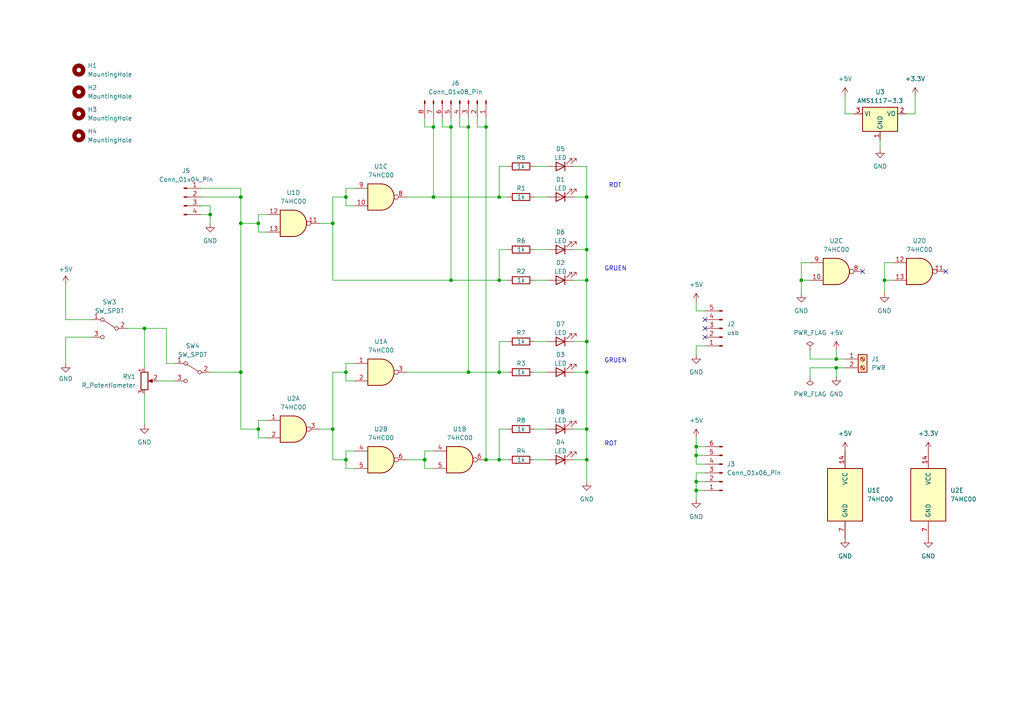
<source format=kicad_sch>
(kicad_sch (version 20230121) (generator eeschema)
  (paper "A4")
  (title_block (title "Ampelschaltung") (comment 1 "Author: Alexander Hold"))
  (lib_symbols
    (symbol "74xx:74HC00" (pin_names (offset 1.016))
      (property "Reference" "U" (at 0 1.27 0))
      (property "Value" "74HC00" (at 0 -1.27 0))
      (symbol "74HC00_1_1"
        (arc (start 0 -3.81) (mid 3.7934 0) (end 0 3.81) (stroke (width 0.254)) (fill (type background)))
        (polyline (pts (xy 0 3.81) (xy -3.81 3.81) (xy -3.81 -3.81) (xy 0 -3.81)) (stroke (width 0.254)) (fill (type background)))
        (pin input line (at -7.62 2.54 0) (length 3.81) (name "~") (number "1"))
        (pin input line (at -7.62 -2.54 0) (length 3.81) (name "~") (number "2"))
        (pin output inverted (at 7.62 0 180) (length 3.81) (name "~") (number "3"))
      )
      (symbol "74HC00_1_2"
        (arc (start -3.81 -3.81) (mid -2.589 0) (end -3.81 3.81) (stroke (width 0.254)))
        (arc (start -0.6096 -3.81) (mid 2.1842 -2.5851) (end 3.81 0) (stroke (width 0.254)) (fill (type background)))
        (polyline (pts (xy -3.81 -3.81) (xy -0.635 -3.81)) (stroke (width 0.254)) (fill (type background)))
        (polyline (pts (xy -3.81 3.81) (xy -0.635 3.81)) (stroke (width 0.254)) (fill (type background)))
        (polyline (pts (xy -0.635 3.81) (xy -3.81 3.81) (xy -3.81 3.81) (xy -3.556 3.4036) (xy -3.0226 2.2606) (xy -2.6924 1.0414) (xy -2.6162 -0.254) (xy -2.7686 -1.4986) (xy -3.175 -2.7178) (xy -3.81 -3.81) (xy -3.81 -3.81) (xy -0.635 -3.81)) (stroke (width -25.4)) (fill (type background)))
        (arc (start 3.81 0) (mid 2.1915 2.5936) (end -0.6096 3.81) (stroke (width 0.254)) (fill (type background)))
        (pin input inverted (at -7.62 2.54 0) (length 4.318) (name "~") (number "1"))
        (pin input inverted (at -7.62 -2.54 0) (length 4.318) (name "~") (number "2"))
        (pin output line (at 7.62 0 180) (length 3.81) (name "~") (number "3"))
      )
      (symbol "74HC00_2_1"
        (arc (start 0 -3.81) (mid 3.7934 0) (end 0 3.81) (stroke (width 0.254)) (fill (type background)))
        (polyline (pts (xy 0 3.81) (xy -3.81 3.81) (xy -3.81 -3.81) (xy 0 -3.81)) (stroke (width 0.254)) (fill (type background)))
        (pin input line (at -7.62 2.54 0) (length 3.81) (name "~") (number "4"))
        (pin input line (at -7.62 -2.54 0) (length 3.81) (name "~") (number "5"))
        (pin output inverted (at 7.62 0 180) (length 3.81) (name "~") (number "6"))
      )
      (symbol "74HC00_2_2"
        (arc (start -3.81 -3.81) (mid -2.589 0) (end -3.81 3.81) (stroke (width 0.254)))
        (arc (start -0.6096 -3.81) (mid 2.1842 -2.5851) (end 3.81 0) (stroke (width 0.254)) (fill (type background)))
        (polyline (pts (xy -3.81 -3.81) (xy -0.635 -3.81)) (stroke (width 0.254)) (fill (type background)))
        (polyline (pts (xy -3.81 3.81) (xy -0.635 3.81)) (stroke (width 0.254)) (fill (type background)))
        (polyline (pts (xy -0.635 3.81) (xy -3.81 3.81) (xy -3.81 3.81) (xy -3.556 3.4036) (xy -3.0226 2.2606) (xy -2.6924 1.0414) (xy -2.6162 -0.254) (xy -2.7686 -1.4986) (xy -3.175 -2.7178) (xy -3.81 -3.81) (xy -3.81 -3.81) (xy -0.635 -3.81)) (stroke (width -25.4)) (fill (type background)))
        (arc (start 3.81 0) (mid 2.1915 2.5936) (end -0.6096 3.81) (stroke (width 0.254)) (fill (type background)))
        (pin input inverted (at -7.62 2.54 0) (length 4.318) (name "~") (number "4"))
        (pin input inverted (at -7.62 -2.54 0) (length 4.318) (name "~") (number "5"))
        (pin output line (at 7.62 0 180) (length 3.81) (name "~") (number "6"))
      )
      (symbol "74HC00_3_1"
        (arc (start 0 -3.81) (mid 3.7934 0) (end 0 3.81) (stroke (width 0.254)) (fill (type background)))
        (polyline (pts (xy 0 3.81) (xy -3.81 3.81) (xy -3.81 -3.81) (xy 0 -3.81)) (stroke (width 0.254)) (fill (type background)))
        (pin input line (at -7.62 -2.54 0) (length 3.81) (name "~") (number "10"))
        (pin output inverted (at 7.62 0 180) (length 3.81) (name "~") (number "8"))
        (pin input line (at -7.62 2.54 0) (length 3.81) (name "~") (number "9"))
      )
      (symbol "74HC00_3_2"
        (arc (start -3.81 -3.81) (mid -2.589 0) (end -3.81 3.81) (stroke (width 0.254)))
        (arc (start -0.6096 -3.81) (mid 2.1842 -2.5851) (end 3.81 0) (stroke (width 0.254)) (fill (type background)))
        (polyline (pts (xy -3.81 -3.81) (xy -0.635 -3.81)) (stroke (width 0.254)) (fill (type background)))
        (polyline (pts (xy -3.81 3.81) (xy -0.635 3.81)) (stroke (width 0.254)) (fill (type background)))
        (polyline (pts (xy -0.635 3.81) (xy -3.81 3.81) (xy -3.81 3.81) (xy -3.556 3.4036) (xy -3.0226 2.2606) (xy -2.6924 1.0414) (xy -2.6162 -0.254) (xy -2.7686 -1.4986) (xy -3.175 -2.7178) (xy -3.81 -3.81) (xy -3.81 -3.81) (xy -0.635 -3.81)) (stroke (width -25.4)) (fill (type background)))
        (arc (start 3.81 0) (mid 2.1915 2.5936) (end -0.6096 3.81) (stroke (width 0.254)) (fill (type background)))
        (pin input inverted (at -7.62 -2.54 0) (length 4.318) (name "~") (number "10"))
        (pin output line (at 7.62 0 180) (length 3.81) (name "~") (number "8"))
        (pin input inverted (at -7.62 2.54 0) (length 4.318) (name "~") (number "9"))
      )
      (symbol "74HC00_4_1"
        (arc (start 0 -3.81) (mid 3.7934 0) (end 0 3.81) (stroke (width 0.254)) (fill (type background)))
        (polyline (pts (xy 0 3.81) (xy -3.81 3.81) (xy -3.81 -3.81) (xy 0 -3.81)) (stroke (width 0.254)) (fill (type background)))
        (pin output inverted (at 7.62 0 180) (length 3.81) (name "~") (number "11"))
        (pin input line (at -7.62 2.54 0) (length 3.81) (name "~") (number "12"))
        (pin input line (at -7.62 -2.54 0) (length 3.81) (name "~") (number "13"))
      )
      (symbol "74HC00_4_2"
        (arc (start -3.81 -3.81) (mid -2.589 0) (end -3.81 3.81) (stroke (width 0.254)))
        (arc (start -0.6096 -3.81) (mid 2.1842 -2.5851) (end 3.81 0) (stroke (width 0.254)) (fill (type background)))
        (polyline (pts (xy -3.81 -3.81) (xy -0.635 -3.81)) (stroke (width 0.254)) (fill (type background)))
        (polyline (pts (xy -3.81 3.81) (xy -0.635 3.81)) (stroke (width 0.254)) (fill (type background)))
        (polyline (pts (xy -0.635 3.81) (xy -3.81 3.81) (xy -3.81 3.81) (xy -3.556 3.4036) (xy -3.0226 2.2606) (xy -2.6924 1.0414) (xy -2.6162 -0.254) (xy -2.7686 -1.4986) (xy -3.175 -2.7178) (xy -3.81 -3.81) (xy -3.81 -3.81) (xy -0.635 -3.81)) (stroke (width -25.4)) (fill (type background)))
        (arc (start 3.81 0) (mid 2.1915 2.5936) (end -0.6096 3.81) (stroke (width 0.254)) (fill (type background)))
        (pin output line (at 7.62 0 180) (length 3.81) (name "~") (number "11"))
        (pin input inverted (at -7.62 2.54 0) (length 4.318) (name "~") (number "12"))
        (pin input inverted (at -7.62 -2.54 0) (length 4.318) (name "~") (number "13"))
      )
      (symbol "74HC00_5_0"
        (pin power_in line (at 0 12.7 270) (length 5.08) (name "VCC") (number "14"))
        (pin power_in line (at 0 -12.7 90) (length 5.08) (name "GND") (number "7"))
      )
      (symbol "74HC00_5_1"
        (rectangle (start -5.08 7.62) (end 5.08 -7.62) (stroke (width 0.254)) (fill (type background)))
      )
    )
    (symbol "Connector:Conn_01x04_Pin" (pin_names (offset 1.016) hide)
      (property "Reference" "J" (at 0 5.08 0))
      (property "Value" "Conn_01x04_Pin" (at 0 -7.62 0))
      (symbol "Conn_01x04_Pin_1_1"
        (polyline (pts (xy 1.27 -5.08) (xy 0.8636 -5.08)) (stroke (width 0.1524)))
        (polyline (pts (xy 1.27 -2.54) (xy 0.8636 -2.54)) (stroke (width 0.1524)))
        (polyline (pts (xy 1.27 0) (xy 0.8636 0)) (stroke (width 0.1524)))
        (polyline (pts (xy 1.27 2.54) (xy 0.8636 2.54)) (stroke (width 0.1524)))
        (rectangle (start 0.8636 -4.953) (end 0 -5.207) (stroke (width 0.1524)) (fill (type outline)))
        (rectangle (start 0.8636 -2.413) (end 0 -2.667) (stroke (width 0.1524)) (fill (type outline)))
        (rectangle (start 0.8636 0.127) (end 0 -0.127) (stroke (width 0.1524)) (fill (type outline)))
        (rectangle (start 0.8636 2.667) (end 0 2.413) (stroke (width 0.1524)) (fill (type outline)))
        (pin passive line (at 5.08 2.54 180) (length 3.81) (name "Pin_1") (number "1"))
        (pin passive line (at 5.08 0 180) (length 3.81) (name "Pin_2") (number "2"))
        (pin passive line (at 5.08 -2.54 180) (length 3.81) (name "Pin_3") (number "3"))
        (pin passive line (at 5.08 -5.08 180) (length 3.81) (name "Pin_4") (number "4"))
      )
    )
    (symbol "Connector:Conn_01x05_Pin" (pin_names (offset 1.016) hide)
      (property "Reference" "J" (at 0 7.62 0))
      (property "Value" "Conn_01x05_Pin" (at 0 -7.62 0))
      (symbol "Conn_01x05_Pin_1_1"
        (polyline (pts (xy 1.27 -5.08) (xy 0.8636 -5.08)) (stroke (width 0.1524)))
        (polyline (pts (xy 1.27 -2.54) (xy 0.8636 -2.54)) (stroke (width 0.1524)))
        (polyline (pts (xy 1.27 0) (xy 0.8636 0)) (stroke (width 0.1524)))
        (polyline (pts (xy 1.27 2.54) (xy 0.8636 2.54)) (stroke (width 0.1524)))
        (polyline (pts (xy 1.27 5.08) (xy 0.8636 5.08)) (stroke (width 0.1524)))
        (rectangle (start 0.8636 -4.953) (end 0 -5.207) (stroke (width 0.1524)) (fill (type outline)))
        (rectangle (start 0.8636 -2.413) (end 0 -2.667) (stroke (width 0.1524)) (fill (type outline)))
        (rectangle (start 0.8636 0.127) (end 0 -0.127) (stroke (width 0.1524)) (fill (type outline)))
        (rectangle (start 0.8636 2.667) (end 0 2.413) (stroke (width 0.1524)) (fill (type outline)))
        (rectangle (start 0.8636 5.207) (end 0 4.953) (stroke (width 0.1524)) (fill (type outline)))
        (pin passive line (at 5.08 5.08 180) (length 3.81) (name "Pin_1") (number "1"))
        (pin passive line (at 5.08 2.54 180) (length 3.81) (name "Pin_2") (number "2"))
        (pin passive line (at 5.08 0 180) (length 3.81) (name "Pin_3") (number "3"))
        (pin passive line (at 5.08 -2.54 180) (length 3.81) (name "Pin_4") (number "4"))
        (pin passive line (at 5.08 -5.08 180) (length 3.81) (name "Pin_5") (number "5"))
      )
    )
    (symbol "Connector:Conn_01x06_Pin" (pin_names (offset 1.016) hide)
      (property "Reference" "J" (at 0 7.62 0))
      (property "Value" "Conn_01x06_Pin" (at 0 -10.16 0))
      (symbol "Conn_01x06_Pin_1_1"
        (polyline (pts (xy 1.27 -7.62) (xy 0.8636 -7.62)) (stroke (width 0.1524)))
        (polyline (pts (xy 1.27 -5.08) (xy 0.8636 -5.08)) (stroke (width 0.1524)))
        (polyline (pts (xy 1.27 -2.54) (xy 0.8636 -2.54)) (stroke (width 0.1524)))
        (polyline (pts (xy 1.27 0) (xy 0.8636 0)) (stroke (width 0.1524)))
        (polyline (pts (xy 1.27 2.54) (xy 0.8636 2.54)) (stroke (width 0.1524)))
        (polyline (pts (xy 1.27 5.08) (xy 0.8636 5.08)) (stroke (width 0.1524)))
        (rectangle (start 0.8636 -7.493) (end 0 -7.747) (stroke (width 0.1524)) (fill (type outline)))
        (rectangle (start 0.8636 -4.953) (end 0 -5.207) (stroke (width 0.1524)) (fill (type outline)))
        (rectangle (start 0.8636 -2.413) (end 0 -2.667) (stroke (width 0.1524)) (fill (type outline)))
        (rectangle (start 0.8636 0.127) (end 0 -0.127) (stroke (width 0.1524)) (fill (type outline)))
        (rectangle (start 0.8636 2.667) (end 0 2.413) (stroke (width 0.1524)) (fill (type outline)))
        (rectangle (start 0.8636 5.207) (end 0 4.953) (stroke (width 0.1524)) (fill (type outline)))
        (pin passive line (at 5.08 5.08 180) (length 3.81) (name "Pin_1") (number "1"))
        (pin passive line (at 5.08 2.54 180) (length 3.81) (name "Pin_2") (number "2"))
        (pin passive line (at 5.08 0 180) (length 3.81) (name "Pin_3") (number "3"))
        (pin passive line (at 5.08 -2.54 180) (length 3.81) (name "Pin_4") (number "4"))
        (pin passive line (at 5.08 -5.08 180) (length 3.81) (name "Pin_5") (number "5"))
        (pin passive line (at 5.08 -7.62 180) (length 3.81) (name "Pin_6") (number "6"))
      )
    )
    (symbol "Connector:Conn_01x08_Pin" (pin_names (offset 1.016) hide)
      (property "Reference" "J" (at 0 10.16 0))
      (property "Value" "Conn_01x08_Pin" (at 0 -12.7 0))
      (symbol "Conn_01x08_Pin_1_1"
        (polyline (pts (xy 1.27 -10.16) (xy 0.8636 -10.16)) (stroke (width 0.1524)))
        (polyline (pts (xy 1.27 -7.62) (xy 0.8636 -7.62)) (stroke (width 0.1524)))
        (polyline (pts (xy 1.27 -5.08) (xy 0.8636 -5.08)) (stroke (width 0.1524)))
        (polyline (pts (xy 1.27 -2.54) (xy 0.8636 -2.54)) (stroke (width 0.1524)))
        (polyline (pts (xy 1.27 0) (xy 0.8636 0)) (stroke (width 0.1524)))
        (polyline (pts (xy 1.27 2.54) (xy 0.8636 2.54)) (stroke (width 0.1524)))
        (polyline (pts (xy 1.27 5.08) (xy 0.8636 5.08)) (stroke (width 0.1524)))
        (polyline (pts (xy 1.27 7.62) (xy 0.8636 7.62)) (stroke (width 0.1524)))
        (rectangle (start 0.8636 -10.033) (end 0 -10.287) (stroke (width 0.1524)) (fill (type outline)))
        (rectangle (start 0.8636 -7.493) (end 0 -7.747) (stroke (width 0.1524)) (fill (type outline)))
        (rectangle (start 0.8636 -4.953) (end 0 -5.207) (stroke (width 0.1524)) (fill (type outline)))
        (rectangle (start 0.8636 -2.413) (end 0 -2.667) (stroke (width 0.1524)) (fill (type outline)))
        (rectangle (start 0.8636 0.127) (end 0 -0.127) (stroke (width 0.1524)) (fill (type outline)))
        (rectangle (start 0.8636 2.667) (end 0 2.413) (stroke (width 0.1524)) (fill (type outline)))
        (rectangle (start 0.8636 5.207) (end 0 4.953) (stroke (width 0.1524)) (fill (type outline)))
        (rectangle (start 0.8636 7.747) (end 0 7.493) (stroke (width 0.1524)) (fill (type outline)))
        (pin passive line (at 5.08 7.62 180) (length 3.81) (name "Pin_1") (number "1"))
        (pin passive line (at 5.08 5.08 180) (length 3.81) (name "Pin_2") (number "2"))
        (pin passive line (at 5.08 2.54 180) (length 3.81) (name "Pin_3") (number "3"))
        (pin passive line (at 5.08 0 180) (length 3.81) (name "Pin_4") (number "4"))
        (pin passive line (at 5.08 -2.54 180) (length 3.81) (name "Pin_5") (number "5"))
        (pin passive line (at 5.08 -5.08 180) (length 3.81) (name "Pin_6") (number "6"))
        (pin passive line (at 5.08 -7.62 180) (length 3.81) (name "Pin_7") (number "7"))
        (pin passive line (at 5.08 -10.16 180) (length 3.81) (name "Pin_8") (number "8"))
      )
    )
    (symbol "Connector:Screw_Terminal_01x02" (pin_names (offset 1.016) hide)
      (property "Reference" "J" (at 0 2.54 0))
      (property "Value" "Screw_Terminal_01x02" (at 0 -5.08 0))
      (symbol "Screw_Terminal_01x02_1_1"
        (rectangle (start -1.27 1.27) (end 1.27 -3.81) (stroke (width 0.254)) (fill (type background)))
        (circle (center 0 -2.54) (radius 0.635) (stroke (width 0.1524)))
        (polyline (pts (xy -0.5334 -2.2098) (xy 0.3302 -3.048)) (stroke (width 0.1524)))
        (polyline (pts (xy -0.5334 0.3302) (xy 0.3302 -0.508)) (stroke (width 0.1524)))
        (polyline (pts (xy -0.3556 -2.032) (xy 0.508 -2.8702)) (stroke (width 0.1524)))
        (polyline (pts (xy -0.3556 0.508) (xy 0.508 -0.3302)) (stroke (width 0.1524)))
        (circle (center 0 0) (radius 0.635) (stroke (width 0.1524)))
        (pin passive line (at -5.08 0 0) (length 3.81) (name "Pin_1") (number "1"))
        (pin passive line (at -5.08 -2.54 0) (length 3.81) (name "Pin_2") (number "2"))
      )
    )
    (symbol "Device:LED" (pin_numbers hide) (pin_names (offset 1.016) hide)
      (property "Reference" "D" (at 0 2.54 0))
      (property "Value" "LED" (at 0 -2.54 0))
      (symbol "LED_0_1"
        (polyline (pts (xy -1.27 -1.27) (xy -1.27 1.27)) (stroke (width 0.254)))
        (polyline (pts (xy -1.27 0) (xy 1.27 0)))
        (polyline (pts (xy 1.27 -1.27) (xy 1.27 1.27) (xy -1.27 0) (xy 1.27 -1.27)) (stroke (width 0.254)))
        (polyline (pts (xy -3.048 -0.762) (xy -4.572 -2.286) (xy -3.81 -2.286) (xy -4.572 -2.286) (xy -4.572 -1.524)))
        (polyline (pts (xy -1.778 -0.762) (xy -3.302 -2.286) (xy -2.54 -2.286) (xy -3.302 -2.286) (xy -3.302 -1.524)))
      )
      (symbol "LED_1_1"
        (pin passive line (at -3.81 0 0) (length 2.54) (name "K") (number "1"))
        (pin passive line (at 3.81 0 180) (length 2.54) (name "A") (number "2"))
      )
    )
    (symbol "Device:R" (pin_numbers hide) (pin_names (offset 0))
      (property "Reference" "R" (at 2.032 0 90))
      (property "Value" "R" (at 0 0 90))
      (symbol "R_0_1"
        (rectangle (start -1.016 -2.54) (end 1.016 2.54) (stroke (width 0.254)))
      )
      (symbol "R_1_1"
        (pin passive line (at 0 3.81 270) (length 1.27) (name "~") (number "1"))
        (pin passive line (at 0 -3.81 90) (length 1.27) (name "~") (number "2"))
      )
    )
    (symbol "Device:R_Potentiometer" (pin_names (offset 1.016) hide)
      (property "Reference" "RV" (at -4.445 0 90))
      (property "Value" "R_Potentiometer" (at -2.54 0 90))
      (symbol "R_Potentiometer_0_1"
        (polyline (pts (xy 2.54 0) (xy 1.524 0)))
        (polyline (pts (xy 1.143 0) (xy 2.286 0.508) (xy 2.286 -0.508) (xy 1.143 0)) (fill (type outline)))
        (rectangle (start 1.016 2.54) (end -1.016 -2.54) (stroke (width 0.254)))
      )
      (symbol "R_Potentiometer_1_1"
        (pin passive line (at 0 3.81 270) (length 1.27) (name "1") (number "1"))
        (pin passive line (at 3.81 0 180) (length 1.27) (name "2") (number "2"))
        (pin passive line (at 0 -3.81 90) (length 1.27) (name "3") (number "3"))
      )
    )
    (symbol "Mechanical:MountingHole" (pin_names (offset 1.016))
      (property "Reference" "H" (at 0 5.08 0))
      (property "Value" "MountingHole" (at 0 3.175 0))
      (symbol "MountingHole_0_1"
        (circle (center 0 0) (radius 1.27) (stroke (width 1.27)))
      )
    )
    (symbol "Regulator_Linear:AMS1117-3.3"
      (property "Reference" "U" (at -3.81 3.175 0))
      (property "Value" "AMS1117-3.3" (at 0 3.175 0))
      (symbol "AMS1117-3.3_0_1"
        (rectangle (start -5.08 -5.08) (end 5.08 1.905) (stroke (width 0.254)) (fill (type background)))
      )
      (symbol "AMS1117-3.3_1_1"
        (pin power_in line (at 0 -7.62 90) (length 2.54) (name "GND") (number "1"))
        (pin power_out line (at 7.62 0 180) (length 2.54) (name "VO") (number "2"))
        (pin power_in line (at -7.62 0 0) (length 2.54) (name "VI") (number "3"))
      )
    )
    (symbol "Switch:SW_SPDT" (pin_names (offset 0) hide)
      (property "Reference" "SW" (at 0 4.318 0))
      (property "Value" "SW_SPDT" (at 0 -5.08 0))
      (symbol "SW_SPDT_0_0"
        (circle (center -2.032 0) (radius 0.508))
        (circle (center 2.032 -2.54) (radius 0.508))
      )
      (symbol "SW_SPDT_0_1"
        (polyline (pts (xy -1.524 0.254) (xy 1.651 2.286)))
        (circle (center 2.032 2.54) (radius 0.508))
      )
      (symbol "SW_SPDT_1_1"
        (pin passive line (at 5.08 2.54 180) (length 2.54) (name "A") (number "1"))
        (pin passive line (at -5.08 0 0) (length 2.54) (name "B") (number "2"))
        (pin passive line (at 5.08 -2.54 180) (length 2.54) (name "C") (number "3"))
      )
    )
    (symbol "power:+3.3V" (power) (pin_names (offset 0))
      (property "Value" "+3.3V" (at 0 3.556 0))
      (symbol "+3.3V_0_1"
        (polyline (pts (xy -0.762 1.27) (xy 0 2.54)))
        (polyline (pts (xy 0 0) (xy 0 2.54)))
        (polyline (pts (xy 0 2.54) (xy 0.762 1.27)))
      )
      (symbol "+3.3V_1_1"
        (pin power_in line (at 0 0 90) (length 0) hide (name "+3.3V") (number "1"))
      )
    )
    (symbol "power:+5V" (power) (pin_names (offset 0))
      (property "Value" "+5V" (at 0 3.556 0))
      (symbol "+5V_0_1"
        (polyline (pts (xy -0.762 1.27) (xy 0 2.54)))
        (polyline (pts (xy 0 0) (xy 0 2.54)))
        (polyline (pts (xy 0 2.54) (xy 0.762 1.27)))
      )
      (symbol "+5V_1_1"
        (pin power_in line (at 0 0 90) (length 0) hide (name "+5V") (number "1"))
      )
    )
    (symbol "power:GND" (power) (pin_names (offset 0))
      (property "Value" "GND" (at 0 -3.81 0))
      (symbol "GND_0_1"
        (polyline (pts (xy 0 0) (xy 0 -1.27) (xy 1.27 -1.27) (xy 0 -2.54) (xy -1.27 -1.27) (xy 0 -1.27)))
      )
      (symbol "GND_1_1"
        (pin power_in line (at 0 0 270) (length 0) hide (name "GND") (number "1"))
      )
    )
    (symbol "power:PWR_FLAG" (power) (pin_numbers hide) (pin_names (offset 0) hide)
      (property "Value" "PWR_FLAG" (at 0 3.81 0))
      (symbol "PWR_FLAG_0_0"
        (pin power_out line (at 0 0 90) (length 0) (name "pwr") (number "1"))
      )
      (symbol "PWR_FLAG_0_1"
        (polyline (pts (xy 0 0) (xy 0 1.27) (xy -1.016 1.905) (xy 0 2.54) (xy 1.016 1.905) (xy 0 1.27)))
      )
    )
  )
  (junction (at 135.89 36.83))
  (junction (at 41.91 95.25))
  (junction (at 144.78 57.15))
  (junction (at 69.85 64.77))
  (junction (at 69.85 57.15))
  (junction (at 256.54 81.28))
  (junction (at 100.33 133.35))
  (junction (at 60.96 62.23))
  (junction (at 170.18 72.39))
  (junction (at 96.52 124.46))
  (junction (at 74.93 124.46))
  (junction (at 232.41 81.28))
  (junction (at 130.81 81.28))
  (junction (at 123.19 133.35))
  (junction (at 201.93 132.08))
  (junction (at 144.78 133.35))
  (junction (at 140.97 36.83))
  (junction (at 100.33 57.15))
  (junction (at 170.18 99.06))
  (junction (at 242.57 104.14))
  (junction (at 135.89 107.95))
  (junction (at 170.18 133.35))
  (junction (at 170.18 107.95))
  (junction (at 96.52 64.77))
  (junction (at 125.73 36.83))
  (junction (at 170.18 57.15))
  (junction (at 201.93 129.54))
  (junction (at 201.93 142.24))
  (junction (at 144.78 107.95))
  (junction (at 74.93 64.77))
  (junction (at 144.78 81.28))
  (junction (at 140.97 133.35))
  (junction (at 69.85 107.95))
  (junction (at 130.81 36.83))
  (junction (at 100.33 107.95))
  (junction (at 242.57 106.68))
  (junction (at 125.73 57.15))
  (junction (at 170.18 81.28))
  (junction (at 201.93 139.7))
  (junction (at 170.18 124.46))
  (no_connect (at 250.19 78.74))
  (no_connect (at 274.32 78.74))
  (no_connect (at 204.47 95.25))
  (no_connect (at 204.47 97.79))
  (no_connect (at 204.47 92.71))
  (wire (pts (xy 154.94 133.35) (xy 158.75 133.35)))
  (wire (pts (xy 135.89 36.83) (xy 135.89 107.95)))
  (wire (pts (xy 170.18 57.15) (xy 170.18 72.39)))
  (wire (pts (xy 133.35 34.29) (xy 133.35 36.83)))
  (wire (pts (xy 138.43 36.83) (xy 140.97 36.83)))
  (wire (pts (xy 147.32 99.06) (xy 144.78 99.06)))
  (wire (pts (xy 201.93 129.54) (xy 201.93 132.08)))
  (wire (pts (xy 147.32 124.46) (xy 144.78 124.46)))
  (wire (pts (xy 123.19 130.81) (xy 123.19 133.35)))
  (wire (pts (xy 147.32 72.39) (xy 144.78 72.39)))
  (wire (pts (xy 74.93 67.31) (xy 77.47 67.31)))
  (wire (pts (xy 166.37 81.28) (xy 170.18 81.28)))
  (wire (pts (xy 130.81 36.83) (xy 130.81 34.29)))
  (wire (pts (xy 92.71 64.77) (xy 96.52 64.77)))
  (wire (pts (xy 130.81 36.83) (xy 130.81 81.28)))
  (wire (pts (xy 245.11 27.94) (xy 245.11 33.02)))
  (wire (pts (xy 123.19 133.35) (xy 118.11 133.35)))
  (wire (pts (xy 77.47 62.23) (xy 74.93 62.23)))
  (wire (pts (xy 96.52 57.15) (xy 100.33 57.15)))
  (wire (pts (xy 100.33 130.81) (xy 100.33 133.35)))
  (wire (pts (xy 74.93 64.77) (xy 74.93 67.31)))
  (wire (pts (xy 133.35 36.83) (xy 135.89 36.83)))
  (wire (pts (xy 259.08 76.2) (xy 256.54 76.2)))
  (wire (pts (xy 100.33 110.49) (xy 102.87 110.49)))
  (wire (pts (xy 170.18 99.06) (xy 170.18 107.95)))
  (wire (pts (xy 100.33 133.35) (xy 100.33 135.89)))
  (wire (pts (xy 242.57 104.14) (xy 242.57 101.6)))
  (wire (pts (xy 123.19 36.83) (xy 125.73 36.83)))
  (wire (pts (xy 100.33 57.15) (xy 100.33 54.61)))
  (wire (pts (xy 96.52 133.35) (xy 96.52 124.46)))
  (wire (pts (xy 255.27 40.64) (xy 255.27 43.18)))
  (wire (pts (xy 60.96 62.23) (xy 60.96 64.77)))
  (wire (pts (xy 256.54 81.28) (xy 256.54 85.09)))
  (wire (pts (xy 100.33 54.61) (xy 102.87 54.61)))
  (wire (pts (xy 102.87 105.41) (xy 100.33 105.41)))
  (wire (pts (xy 128.27 34.29) (xy 128.27 36.83)))
  (wire (pts (xy 170.18 124.46) (xy 170.18 133.35)))
  (wire (pts (xy 144.78 107.95) (xy 147.32 107.95)))
  (wire (pts (xy 19.05 97.79) (xy 19.05 105.41)))
  (wire (pts (xy 69.85 64.77) (xy 74.93 64.77)))
  (wire (pts (xy 166.37 124.46) (xy 170.18 124.46)))
  (wire (pts (xy 140.97 36.83) (xy 140.97 133.35)))
  (wire (pts (xy 144.78 133.35) (xy 140.97 133.35)))
  (wire (pts (xy 154.94 99.06) (xy 158.75 99.06)))
  (wire (pts (xy 96.52 124.46) (xy 92.71 124.46)))
  (wire (pts (xy 166.37 107.95) (xy 170.18 107.95)))
  (wire (pts (xy 166.37 72.39) (xy 170.18 72.39)))
  (wire (pts (xy 118.11 57.15) (xy 125.73 57.15)))
  (wire (pts (xy 256.54 76.2) (xy 256.54 81.28)))
  (wire (pts (xy 170.18 107.95) (xy 170.18 124.46)))
  (wire (pts (xy 147.32 48.26) (xy 144.78 48.26)))
  (wire (pts (xy 100.33 105.41) (xy 100.33 107.95)))
  (wire (pts (xy 234.95 104.14) (xy 234.95 101.6)))
  (wire (pts (xy 204.47 100.33) (xy 201.93 100.33)))
  (wire (pts (xy 245.11 104.14) (xy 242.57 104.14)))
  (wire (pts (xy 125.73 36.83) (xy 125.73 57.15)))
  (wire (pts (xy 154.94 124.46) (xy 158.75 124.46)))
  (wire (pts (xy 201.93 129.54) (xy 201.93 127)))
  (wire (pts (xy 125.73 130.81) (xy 123.19 130.81)))
  (wire (pts (xy 166.37 133.35) (xy 170.18 133.35)))
  (wire (pts (xy 256.54 81.28) (xy 259.08 81.28)))
  (wire (pts (xy 201.93 139.7) (xy 201.93 142.24)))
  (wire (pts (xy 201.93 132.08) (xy 201.93 134.62)))
  (wire (pts (xy 36.83 95.25) (xy 41.91 95.25)))
  (wire (pts (xy 41.91 114.3) (xy 41.91 123.19)))
  (wire (pts (xy 96.52 64.77) (xy 96.52 81.28)))
  (wire (pts (xy 100.33 135.89) (xy 102.87 135.89)))
  (wire (pts (xy 26.67 97.79) (xy 19.05 97.79)))
  (wire (pts (xy 170.18 81.28) (xy 170.18 99.06)))
  (wire (pts (xy 74.93 127) (xy 77.47 127)))
  (wire (pts (xy 232.41 81.28) (xy 232.41 85.09)))
  (wire (pts (xy 144.78 57.15) (xy 147.32 57.15)))
  (wire (pts (xy 60.96 62.23) (xy 60.96 59.69)))
  (wire (pts (xy 102.87 59.69) (xy 100.33 59.69)))
  (wire (pts (xy 144.78 72.39) (xy 144.78 81.28)))
  (wire (pts (xy 234.95 104.14) (xy 242.57 104.14)))
  (wire (pts (xy 69.85 124.46) (xy 74.93 124.46)))
  (wire (pts (xy 144.78 133.35) (xy 147.32 133.35)))
  (wire (pts (xy 58.42 54.61) (xy 69.85 54.61)))
  (wire (pts (xy 125.73 135.89) (xy 123.19 135.89)))
  (wire (pts (xy 234.95 106.68) (xy 242.57 106.68)))
  (wire (pts (xy 58.42 62.23) (xy 60.96 62.23)))
  (wire (pts (xy 48.26 105.41) (xy 50.8 105.41)))
  (wire (pts (xy 232.41 81.28) (xy 234.95 81.28)))
  (wire (pts (xy 245.11 33.02) (xy 247.65 33.02)))
  (wire (pts (xy 100.33 133.35) (xy 96.52 133.35)))
  (wire (pts (xy 144.78 124.46) (xy 144.78 133.35)))
  (wire (pts (xy 144.78 99.06) (xy 144.78 107.95)))
  (wire (pts (xy 154.94 81.28) (xy 158.75 81.28)))
  (wire (pts (xy 154.94 72.39) (xy 158.75 72.39)))
  (wire (pts (xy 125.73 34.29) (xy 125.73 36.83)))
  (wire (pts (xy 144.78 48.26) (xy 144.78 57.15)))
  (wire (pts (xy 69.85 54.61) (xy 69.85 57.15)))
  (wire (pts (xy 265.43 33.02) (xy 262.89 33.02)))
  (wire (pts (xy 69.85 64.77) (xy 69.85 107.95)))
  (wire (pts (xy 125.73 57.15) (xy 144.78 57.15)))
  (wire (pts (xy 19.05 92.71) (xy 26.67 92.71)))
  (wire (pts (xy 123.19 135.89) (xy 123.19 133.35)))
  (wire (pts (xy 74.93 121.92) (xy 74.93 124.46)))
  (wire (pts (xy 58.42 57.15) (xy 69.85 57.15)))
  (wire (pts (xy 154.94 57.15) (xy 158.75 57.15)))
  (wire (pts (xy 135.89 107.95) (xy 144.78 107.95)))
  (wire (pts (xy 100.33 107.95) (xy 96.52 107.95)))
  (wire (pts (xy 204.47 129.54) (xy 201.93 129.54)))
  (wire (pts (xy 154.94 107.95) (xy 158.75 107.95)))
  (wire (pts (xy 69.85 107.95) (xy 69.85 124.46)))
  (wire (pts (xy 77.47 121.92) (xy 74.93 121.92)))
  (wire (pts (xy 41.91 95.25) (xy 41.91 106.68)))
  (wire (pts (xy 201.93 137.16) (xy 201.93 139.7)))
  (wire (pts (xy 245.11 106.68) (xy 242.57 106.68)))
  (wire (pts (xy 166.37 99.06) (xy 170.18 99.06)))
  (wire (pts (xy 19.05 82.55) (xy 19.05 92.71)))
  (wire (pts (xy 204.47 134.62) (xy 201.93 134.62)))
  (wire (pts (xy 135.89 34.29) (xy 135.89 36.83)))
  (wire (pts (xy 96.52 107.95) (xy 96.52 124.46)))
  (wire (pts (xy 234.95 109.22) (xy 234.95 106.68)))
  (wire (pts (xy 48.26 95.25) (xy 48.26 105.41)))
  (wire (pts (xy 102.87 130.81) (xy 100.33 130.81)))
  (wire (pts (xy 74.93 124.46) (xy 74.93 127)))
  (wire (pts (xy 118.11 107.95) (xy 135.89 107.95)))
  (wire (pts (xy 100.33 59.69) (xy 100.33 57.15)))
  (wire (pts (xy 69.85 57.15) (xy 69.85 64.77)))
  (wire (pts (xy 265.43 27.94) (xy 265.43 33.02)))
  (wire (pts (xy 166.37 48.26) (xy 170.18 48.26)))
  (wire (pts (xy 201.93 100.33) (xy 201.93 102.87)))
  (wire (pts (xy 128.27 36.83) (xy 130.81 36.83)))
  (wire (pts (xy 140.97 36.83) (xy 140.97 34.29)))
  (wire (pts (xy 204.47 90.17) (xy 201.93 90.17)))
  (wire (pts (xy 232.41 76.2) (xy 232.41 81.28)))
  (wire (pts (xy 144.78 81.28) (xy 130.81 81.28)))
  (wire (pts (xy 201.93 132.08) (xy 204.47 132.08)))
  (wire (pts (xy 170.18 48.26) (xy 170.18 57.15)))
  (wire (pts (xy 170.18 72.39) (xy 170.18 81.28)))
  (wire (pts (xy 201.93 139.7) (xy 204.47 139.7)))
  (wire (pts (xy 204.47 137.16) (xy 201.93 137.16)))
  (wire (pts (xy 166.37 57.15) (xy 170.18 57.15)))
  (wire (pts (xy 234.95 76.2) (xy 232.41 76.2)))
  (wire (pts (xy 170.18 133.35) (xy 170.18 139.7)))
  (wire (pts (xy 242.57 106.68) (xy 242.57 109.22)))
  (wire (pts (xy 45.72 110.49) (xy 50.8 110.49)))
  (wire (pts (xy 204.47 142.24) (xy 201.93 142.24)))
  (wire (pts (xy 60.96 107.95) (xy 69.85 107.95)))
  (wire (pts (xy 201.93 90.17) (xy 201.93 87.63)))
  (wire (pts (xy 41.91 95.25) (xy 48.26 95.25)))
  (wire (pts (xy 147.32 81.28) (xy 144.78 81.28)))
  (wire (pts (xy 130.81 81.28) (xy 96.52 81.28)))
  (wire (pts (xy 154.94 48.26) (xy 158.75 48.26)))
  (wire (pts (xy 123.19 34.29) (xy 123.19 36.83)))
  (wire (pts (xy 201.93 142.24) (xy 201.93 144.78)))
  (wire (pts (xy 74.93 62.23) (xy 74.93 64.77)))
  (wire (pts (xy 138.43 34.29) (xy 138.43 36.83)))
  (wire (pts (xy 100.33 107.95) (xy 100.33 110.49)))
  (wire (pts (xy 58.42 59.69) (xy 60.96 59.69)))
  (wire (pts (xy 96.52 64.77) (xy 96.52 57.15)))
  (text "ROT" (at 176.53 54.61 0) (effects (font (size 1.27 1.27)) (justify left bottom)))
  (text "GRUEN\n" (at 175.26 78.74 0) (effects (font (size 1.27 1.27)) (justify left bottom)))
  (text "ROT" (at 175.26 129.54 0) (effects (font (size 1.27 1.27)) (justify left bottom)))
  (text "GRUEN\n" (at 175.26 105.41 0) (effects (font (size 1.27 1.27)) (justify left bottom)))
  (symbol (lib_id "Connector:Conn_01x04_Pin") (at 53.34 57.15 0) (unit 1)
    (property "Reference" "J5" (at 53.975 49.53 0))
    (property "Value" "Conn_01x04_Pin" (at 53.975 52.07 0))
    (property "Footprint" "Connector_PinHeader_2.54mm:PinHeader_1x04_P2.54mm_Vertical" (effects hide))
  )
  (symbol (lib_id "Device:LED") (at 162.56 81.28 180) (unit 1)
    (property "Reference" "D2" (at 162.56 76.2 0))
    (property "Value" "LED" (at 162.56 78.74 0))
    (property "Footprint" "LED_THT:LED_D5.0mm_Clear" (effects hide))
  )
  (symbol (lib_id "Device:LED") (at 162.56 107.95 180) (unit 1)
    (property "Reference" "D3" (at 162.56 102.87 0))
    (property "Value" "LED" (at 162.56 105.41 0))
    (property "Footprint" "LED_THT:LED_D5.0mm_Clear" (effects hide))
  )
  (symbol (lib_id "Regulator_Linear:AMS1117-3.3") (at 255.27 33.02 0) (unit 1)
    (property "Reference" "U3" (at 255.27 26.67 0))
    (property "Value" "AMS1117-3.3" (at 255.27 29.21 0))
    (property "Footprint" "Package_TO_SOT_SMD:SOT-223-3_TabPin2" (effects hide))
    (property "Datasheet" "http://www.advanced-monolithic.com/pdf/ds1117.pdf" (effects hide))
  )
  (symbol (lib_id "Device:R") (at 151.13 72.39 270) (mirror x) (unit 1)
    (property "Reference" "R6" (at 151.13 69.85 90))
    (property "Value" "1k" (at 151.13 72.39 90))
    (property "Footprint" "Resistor_SMD:R_0805_2012Metric_Pad1.20x1.40mm_HandSolder" (effects hide))
  )
  (symbol (lib_id "power:GND") (at 269.24 156.21 0) (unit 1)
    (property "Reference" "#PWR010" (effects hide))
    (property "Value" "GND" (at 269.24 161.29 0))
  )
  (symbol (lib_id "Mechanical:MountingHole") (at 22.86 20.32 0) (unit 1)
    (property "Reference" "H1" (at 25.4 19.05 0) (effects (justify left)))
    (property "Value" "MountingHole" (at 25.4 21.59 0) (effects (justify left)))
    (property "Footprint" "MountingHole:MountingHole_3.2mm_M3" (effects hide))
  )
  (symbol (lib_id "power:GND") (at 255.27 43.18 0) (unit 1)
    (property "Reference" "#PWR06" (effects hide))
    (property "Value" "GND" (at 255.27 48.26 0))
  )
  (symbol (lib_id "74xx:74HC00") (at 245.11 143.51 0) (unit 5)
    (property "Reference" "U1" (at 251.46 142.24 0) (effects (justify left)))
    (property "Value" "74HC00" (at 251.46 144.78 0) (effects (justify left)))
    (property "Footprint" "Package_DIP:DIP-14_W7.62mm_Socket" (effects hide))
    (property "Datasheet" "http://www.ti.com/lit/gpn/sn74hc00" (effects hide))
  )
  (symbol (lib_id "Device:R") (at 151.13 57.15 90) (unit 1)
    (property "Reference" "R1" (at 151.13 54.61 90))
    (property "Value" "1k" (at 151.13 57.15 90))
    (property "Footprint" "Resistor_SMD:R_0805_2012Metric_Pad1.20x1.40mm_HandSolder" (effects hide))
  )
  (symbol (lib_id "Connector:Conn_01x05_Pin") (at 209.55 95.25 180) (unit 1)
    (property "Reference" "J2" (at 210.82 93.98 0) (effects (justify right)))
    (property "Value" "usb" (at 210.82 96.52 0) (effects (justify right)))
    (property "Footprint" "Connector_PinHeader_2.54mm:PinHeader_1x05_P2.54mm_Vertical" (effects hide))
  )
  (symbol (lib_id "power:+5V") (at 19.05 82.55 0) (unit 1)
    (property "Reference" "#PWR01" (effects hide))
    (property "Value" "+5V" (at 19.05 78.105 0))
  )
  (symbol (lib_id "74xx:74HC00") (at 269.24 143.51 0) (unit 5)
    (property "Reference" "U2" (at 275.59 142.24 0) (effects (justify left)))
    (property "Value" "74HC00" (at 275.59 144.78 0) (effects (justify left)))
    (property "Footprint" "Package_DIP:DIP-14_W7.62mm_Socket" (effects hide))
    (property "Datasheet" "http://www.ti.com/lit/gpn/sn74hc00" (effects hide))
  )
  (symbol (lib_id "Mechanical:MountingHole") (at 22.86 26.67 0) (unit 1)
    (property "Reference" "H2" (at 25.4 25.4 0) (effects (justify left)))
    (property "Value" "MountingHole" (at 25.4 27.94 0) (effects (justify left)))
    (property "Footprint" "MountingHole:MountingHole_3.2mm_M3" (effects hide))
  )
  (symbol (lib_id "74xx:74HC00") (at 85.09 64.77 0) (unit 4)
    (property "Reference" "U1" (at 85.0817 55.88 0))
    (property "Value" "74HC00" (at 85.0817 58.42 0))
    (property "Footprint" "Package_DIP:DIP-14_W7.62mm_Socket" (effects hide))
    (property "Datasheet" "http://www.ti.com/lit/gpn/sn74hc00" (effects hide))
  )
  (symbol (lib_id "Device:LED") (at 162.56 72.39 180) (unit 1)
    (property "Reference" "D6" (at 162.56 67.31 0))
    (property "Value" "LED" (at 162.56 69.85 0))
    (property "Footprint" "LED_THT:LED_D5.0mm_Clear" (effects hide))
  )
  (symbol (lib_id "Device:R") (at 151.13 124.46 270) (mirror x) (unit 1)
    (property "Reference" "R8" (at 151.13 121.92 90))
    (property "Value" "1k" (at 151.13 124.46 90))
    (property "Footprint" "Resistor_SMD:R_0805_2012Metric_Pad1.20x1.40mm_HandSolder" (effects hide))
  )
  (symbol (lib_id "74xx:74HC00") (at 133.35 133.35 0) (unit 2)
    (property "Reference" "U1" (at 133.3417 124.46 0))
    (property "Value" "74HC00" (at 133.3417 127 0))
    (property "Footprint" "Package_DIP:DIP-14_W7.62mm_Socket" (effects hide))
    (property "Datasheet" "http://www.ti.com/lit/gpn/sn74hc00" (effects hide))
  )
  (symbol (lib_id "Switch:SW_SPDT") (at 31.75 95.25 0) (mirror y) (unit 1)
    (property "Reference" "SW3" (at 31.75 87.63 0))
    (property "Value" "SW_SPDT" (at 31.75 90.17 0))
    (property "Footprint" "Library:Goobay10020" (effects hide))
  )
  (symbol (lib_id "Device:LED") (at 162.56 99.06 180) (unit 1)
    (property "Reference" "D7" (at 162.56 93.98 0))
    (property "Value" "LED" (at 162.56 96.52 0))
    (property "Footprint" "LED_THT:LED_D5.0mm_Clear" (effects hide))
  )
  (symbol (lib_id "power:+5V") (at 242.57 101.6 0) (unit 1)
    (property "Reference" "#PWR014" (effects hide))
    (property "Value" "+5V" (at 242.57 96.52 0))
  )
  (symbol (lib_id "Device:R") (at 151.13 107.95 270) (mirror x) (unit 1)
    (property "Reference" "R3" (at 151.13 105.41 90))
    (property "Value" "1k" (at 151.13 107.95 90))
    (property "Footprint" "Resistor_SMD:R_0805_2012Metric_Pad1.20x1.40mm_HandSolder" (effects hide))
  )
  (symbol (lib_id "power:GND") (at 232.41 85.09 0) (unit 1)
    (property "Reference" "#PWR012" (effects hide))
    (property "Value" "GND" (at 232.41 90.17 0))
  )
  (symbol (lib_id "Device:R_Potentiometer") (at 41.91 110.49 0) (unit 1)
    (property "Reference" "RV1" (at 39.37 109.22 0) (effects (justify right)))
    (property "Value" "R_Potentiometer" (at 39.37 111.76 0) (effects (justify right)))
    (property "Footprint" "Potentiometer_THT:Potentiometer_Alpha_RD901F-40-00D_Single_Vertical" (effects hide))
  )
  (symbol (lib_id "Switch:SW_SPDT") (at 55.88 107.95 0) (mirror y) (unit 1)
    (property "Reference" "SW4" (at 55.88 100.33 0))
    (property "Value" "SW_SPDT" (at 55.88 102.87 0))
    (property "Footprint" "Library:Goobay10020" (effects hide))
  )
  (symbol (lib_id "Device:LED") (at 162.56 48.26 180) (unit 1)
    (property "Reference" "D5" (at 162.56 43.18 0))
    (property "Value" "LED" (at 162.56 45.72 0))
    (property "Footprint" "LED_THT:LED_D5.0mm_Clear" (effects hide))
  )
  (symbol (lib_id "Mechanical:MountingHole") (at 22.86 33.02 0) (unit 1)
    (property "Reference" "H3" (at 25.4 31.75 0) (effects (justify left)))
    (property "Value" "MountingHole" (at 25.4 34.29 0) (effects (justify left)))
    (property "Footprint" "MountingHole:MountingHole_3.2mm_M3" (effects hide))
  )
  (symbol (lib_id "power:GND") (at 201.93 102.87 0) (unit 1)
    (property "Reference" "#PWR019" (effects hide))
    (property "Value" "GND" (at 201.93 107.95 0))
  )
  (symbol (lib_id "power:+5V") (at 245.11 130.81 0) (unit 1)
    (property "Reference" "#PWR07" (effects hide))
    (property "Value" "+5V" (at 245.11 125.73 0))
  )
  (symbol (lib_id "Connector:Conn_01x08_Pin") (at 133.35 29.21 270) (unit 1)
    (property "Reference" "J6" (at 132.08 24.13 90))
    (property "Value" "Conn_01x08_Pin" (at 132.08 26.67 90))
    (property "Footprint" "Connector_PinHeader_2.54mm:PinHeader_1x08_P2.54mm_Vertical" (effects hide))
  )
  (symbol (lib_id "74xx:74HC00") (at 242.57 78.74 0) (unit 3)
    (property "Reference" "U2" (at 242.5617 69.85 0))
    (property "Value" "74HC00" (at 242.5617 72.39 0))
    (property "Footprint" "Package_DIP:DIP-14_W7.62mm_Socket" (effects hide))
    (property "Datasheet" "http://www.ti.com/lit/gpn/sn74hc00" (effects hide))
  )
  (symbol (lib_id "Connector:Screw_Terminal_01x02") (at 250.19 104.14 0) (unit 1)
    (property "Reference" "J1" (at 252.73 104.14 0) (effects (justify left)))
    (property "Value" "PWR" (at 252.73 106.68 0) (effects (justify left)))
    (property "Footprint" "TerminalBlock_MetzConnect:TerminalBlock_MetzConnect_Type055_RT01502HDWU_1x02_P5.00mm_Horizontal" (effects hide))
  )
  (symbol (lib_id "74xx:74HC00") (at 85.09 124.46 0) (unit 1)
    (property "Reference" "U2" (at 85.0817 115.57 0))
    (property "Value" "74HC00" (at 85.0817 118.11 0))
    (property "Footprint" "Package_DIP:DIP-14_W7.62mm_Socket" (effects hide))
    (property "Datasheet" "http://www.ti.com/lit/gpn/sn74hc00" (effects hide))
  )
  (symbol (lib_id "power:+5V") (at 245.11 27.94 0) (unit 1)
    (property "Reference" "#PWR04" (effects hide))
    (property "Value" "+5V" (at 245.11 22.86 0))
  )
  (symbol (lib_id "Device:R") (at 151.13 81.28 270) (mirror x) (unit 1)
    (property "Reference" "R2" (at 151.13 78.74 90))
    (property "Value" "1k" (at 151.13 81.28 90))
    (property "Footprint" "Resistor_SMD:R_0805_2012Metric_Pad1.20x1.40mm_HandSolder" (effects hide))
  )
  (symbol (lib_id "74xx:74HC00") (at 110.49 133.35 0) (unit 2)
    (property "Reference" "U2" (at 110.4817 124.46 0))
    (property "Value" "74HC00" (at 110.4817 127 0))
    (property "Footprint" "Package_DIP:DIP-14_W7.62mm_Socket" (effects hide))
    (property "Datasheet" "http://www.ti.com/lit/gpn/sn74hc00" (effects hide))
  )
  (symbol (lib_id "Mechanical:MountingHole") (at 22.86 39.37 0) (unit 1)
    (property "Reference" "H4" (at 25.4 38.1 0) (effects (justify left)))
    (property "Value" "MountingHole" (at 25.4 40.64 0) (effects (justify left)))
    (property "Footprint" "MountingHole:MountingHole_3.2mm_M3" (effects hide))
  )
  (symbol (lib_id "power:GND") (at 245.11 156.21 0) (unit 1)
    (property "Reference" "#PWR09" (effects hide))
    (property "Value" "GND" (at 245.11 161.29 0))
  )
  (symbol (lib_id "Device:LED") (at 162.56 57.15 180) (unit 1)
    (property "Reference" "D1" (at 162.56 52.07 0))
    (property "Value" "LED" (at 162.56 54.61 0))
    (property "Footprint" "LED_THT:LED_D5.0mm_Clear" (effects hide))
  )
  (symbol (lib_id "Device:LED") (at 162.56 124.46 180) (unit 1)
    (property "Reference" "D8" (at 162.56 119.38 0))
    (property "Value" "LED" (at 162.56 121.92 0))
    (property "Footprint" "LED_THT:LED_D5.0mm_Clear" (effects hide))
  )
  (symbol (lib_id "Device:R") (at 151.13 133.35 270) (mirror x) (unit 1)
    (property "Reference" "R4" (at 151.13 130.81 90))
    (property "Value" "1k" (at 151.13 133.35 90))
    (property "Footprint" "Resistor_SMD:R_0805_2012Metric_Pad1.20x1.40mm_HandSolder" (effects hide))
  )
  (symbol (lib_id "power:+3.3V") (at 265.43 27.94 0) (unit 1)
    (property "Reference" "#PWR05" (effects hide))
    (property "Value" "+3.3V" (at 265.43 22.86 0))
  )
  (symbol (lib_id "74xx:74HC00") (at 110.49 107.95 0) (unit 1)
    (property "Reference" "U1" (at 110.4817 99.06 0))
    (property "Value" "74HC00" (at 110.4817 101.6 0))
    (property "Footprint" "Package_DIP:DIP-14_W7.62mm_Socket" (effects hide))
    (property "Datasheet" "http://www.ti.com/lit/gpn/sn74hc00" (effects hide))
  )
  (symbol (lib_id "Device:R") (at 151.13 99.06 270) (mirror x) (unit 1)
    (property "Reference" "R7" (at 151.13 96.52 90))
    (property "Value" "1k" (at 151.13 99.06 90))
    (property "Footprint" "Resistor_SMD:R_0805_2012Metric_Pad1.20x1.40mm_HandSolder" (effects hide))
  )
  (symbol (lib_id "power:+5V") (at 201.93 127 0) (unit 1)
    (property "Reference" "#PWR017" (effects hide))
    (property "Value" "+5V" (at 201.93 121.92 0))
  )
  (symbol (lib_id "power:GND") (at 201.93 144.78 0) (unit 1)
    (property "Reference" "#PWR018" (effects hide))
    (property "Value" "GND" (at 201.93 149.86 0))
  )
  (symbol (lib_id "power:GND") (at 41.91 123.19 0) (unit 1)
    (property "Reference" "#PWR03" (effects hide))
    (property "Value" "GND" (at 41.91 128.27 0))
  )
  (symbol (lib_id "power:GND") (at 170.18 139.7 0) (unit 1)
    (property "Reference" "#PWR011" (effects hide))
    (property "Value" "GND" (at 170.18 144.78 0))
  )
  (symbol (lib_id "74xx:74HC00") (at 266.7 78.74 0) (unit 4)
    (property "Reference" "U2" (at 266.6917 69.85 0))
    (property "Value" "74HC00" (at 266.6917 72.39 0))
    (property "Footprint" "Package_DIP:DIP-14_W7.62mm_Socket" (effects hide))
    (property "Datasheet" "http://www.ti.com/lit/gpn/sn74hc00" (effects hide))
  )
  (symbol (lib_id "Device:LED") (at 162.56 133.35 180) (unit 1)
    (property "Reference" "D4" (at 162.56 128.27 0))
    (property "Value" "LED" (at 162.56 130.81 0))
    (property "Footprint" "LED_THT:LED_D5.0mm_Clear" (effects hide))
  )
  (symbol (lib_id "power:+5V") (at 201.93 87.63 0) (unit 1)
    (property "Reference" "#PWR016" (effects hide))
    (property "Value" "+5V" (at 201.93 82.55 0))
  )
  (symbol (lib_id "power:GND") (at 60.96 64.77 0) (unit 1)
    (property "Reference" "#PWR020" (effects hide))
    (property "Value" "GND" (at 60.96 69.85 0))
  )
  (symbol (lib_id "Device:R") (at 151.13 48.26 270) (mirror x) (unit 1)
    (property "Reference" "R5" (at 151.13 45.72 90))
    (property "Value" "1k" (at 151.13 48.26 90))
    (property "Footprint" "Resistor_SMD:R_0805_2012Metric_Pad1.20x1.40mm_HandSolder" (effects hide))
  )
  (symbol (lib_id "power:PWR_FLAG") (at 234.95 109.22 180) (unit 1)
    (property "Reference" "#FLG02" (effects hide))
    (property "Value" "PWR_FLAG" (at 234.95 114.3 0))
  )
  (symbol (lib_id "power:GND") (at 19.05 105.41 0) (unit 1)
    (property "Reference" "#PWR02" (effects hide))
    (property "Value" "GND" (at 19.05 109.855 0))
  )
  (symbol (lib_id "74xx:74HC00") (at 110.49 57.15 0) (unit 3)
    (property "Reference" "U1" (at 110.4817 48.26 0))
    (property "Value" "74HC00" (at 110.4817 50.8 0))
    (property "Footprint" "Package_DIP:DIP-14_W7.62mm_Socket" (effects hide))
    (property "Datasheet" "http://www.ti.com/lit/gpn/sn74hc00" (effects hide))
  )
  (symbol (lib_id "power:+3.3V") (at 269.24 130.81 0) (unit 1)
    (property "Reference" "#PWR08" (effects hide))
    (property "Value" "+3.3V" (at 269.24 125.73 0))
  )
  (symbol (lib_id "power:GND") (at 242.57 109.22 0) (unit 1)
    (property "Reference" "#PWR015" (effects hide))
    (property "Value" "GND" (at 242.57 114.3 0))
  )
  (symbol (lib_id "power:PWR_FLAG") (at 234.95 101.6 0) (unit 1)
    (property "Reference" "#FLG01" (effects hide))
    (property "Value" "PWR_FLAG" (at 234.95 96.52 0))
  )
  (symbol (lib_id "Connector:Conn_01x06_Pin") (at 209.55 137.16 180) (unit 1)
    (property "Reference" "J3" (at 210.82 134.62 0) (effects (justify right)))
    (property "Value" "Conn_01x06_Pin" (at 210.82 137.16 0) (effects (justify right)))
    (property "Footprint" "Connector_PinHeader_2.54mm:PinHeader_1x06_P2.54mm_Vertical" (effects hide))
  )
  (symbol (lib_id "power:GND") (at 256.54 85.09 0) (unit 1)
    (property "Reference" "#PWR013" (effects hide))
    (property "Value" "GND" (at 256.54 90.17 0))
  )
)
</source>
